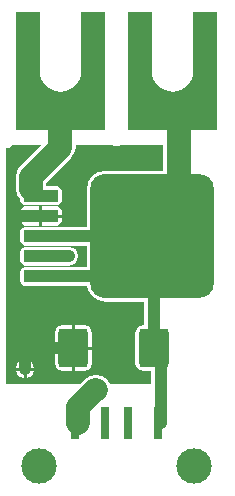
<source format=gtl>
G04 Layer_Physical_Order=1*
G04 Layer_Color=255*
%FSLAX44Y44*%
%MOMM*%
G71*
G01*
G75*
G04:AMPARAMS|DCode=10|XSize=10.5mm|YSize=10.5mm|CornerRadius=1.3125mm|HoleSize=0mm|Usage=FLASHONLY|Rotation=180.000|XOffset=0mm|YOffset=0mm|HoleType=Round|Shape=RoundedRectangle|*
%AMROUNDEDRECTD10*
21,1,10.5000,7.8750,0,0,180.0*
21,1,7.8750,10.5000,0,0,180.0*
1,1,2.6250,-3.9375,3.9375*
1,1,2.6250,3.9375,3.9375*
1,1,2.6250,3.9375,-3.9375*
1,1,2.6250,-3.9375,-3.9375*
%
%ADD10ROUNDEDRECTD10*%
G04:AMPARAMS|DCode=11|XSize=2.95mm|YSize=1.05mm|CornerRadius=0.1313mm|HoleSize=0mm|Usage=FLASHONLY|Rotation=180.000|XOffset=0mm|YOffset=0mm|HoleType=Round|Shape=RoundedRectangle|*
%AMROUNDEDRECTD11*
21,1,2.9500,0.7875,0,0,180.0*
21,1,2.6875,1.0500,0,0,180.0*
1,1,0.2625,-1.3438,0.3937*
1,1,0.2625,1.3438,0.3937*
1,1,0.2625,1.3438,-0.3937*
1,1,0.2625,-1.3438,-0.3937*
%
%ADD11ROUNDEDRECTD11*%
G04:AMPARAMS|DCode=12|XSize=2.5mm|YSize=3.3mm|CornerRadius=0.3125mm|HoleSize=0mm|Usage=FLASHONLY|Rotation=180.000|XOffset=0mm|YOffset=0mm|HoleType=Round|Shape=RoundedRectangle|*
%AMROUNDEDRECTD12*
21,1,2.5000,2.6750,0,0,180.0*
21,1,1.8750,3.3000,0,0,180.0*
1,1,0.6250,-0.9375,1.3375*
1,1,0.6250,0.9375,1.3375*
1,1,0.6250,0.9375,-1.3375*
1,1,0.6250,-0.9375,-1.3375*
%
%ADD12ROUNDEDRECTD12*%
%ADD13R,0.8000X2.8200*%
%ADD14C,2.0000*%
%ADD15C,1.0000*%
%ADD16C,3.0000*%
%ADD17C,1.2000*%
%ADD18C,1.0000*%
%ADD19C,0.8000*%
G36*
X39714Y-24653D02*
X-9375D01*
X-15487Y-25869D01*
X-20669Y-29331D01*
X-24131Y-34513D01*
X-25347Y-40625D01*
Y-71839D01*
X-64000D01*
X-64130Y-71893D01*
X-77438D01*
X-80386Y-73114D01*
X-81607Y-76062D01*
Y-83938D01*
X-80386Y-86886D01*
X-77438Y-88107D01*
X-64130D01*
X-64000Y-88161D01*
X-25347D01*
Y-105939D01*
X-64000D01*
X-64130Y-105993D01*
X-77438D01*
X-80386Y-107214D01*
X-81607Y-110162D01*
Y-118038D01*
X-80386Y-120986D01*
X-77438Y-122207D01*
X-64130D01*
X-64000Y-122261D01*
X-24773D01*
X-24131Y-125487D01*
X-20669Y-130669D01*
X-15487Y-134131D01*
X-9375Y-135347D01*
X23339D01*
Y-155493D01*
X22125D01*
X17789Y-157289D01*
X15993Y-161625D01*
Y-188375D01*
X17789Y-192711D01*
X22125Y-194507D01*
X29339D01*
Y-205000D01*
X-5759D01*
X-8459Y-200959D01*
X-12607Y-198188D01*
X-17500Y-197214D01*
X-17934D01*
X-22827Y-198188D01*
X-26975Y-200959D01*
X-31016Y-205000D01*
X-93668D01*
Y-5592D01*
X-91242Y-5109D01*
X-87336Y-2500D01*
X-63082D01*
X-81541Y-20959D01*
X-84312Y-25107D01*
X-85286Y-30000D01*
Y-40000D01*
X-84312Y-44893D01*
X-81607Y-48941D01*
Y-49837D01*
X-80386Y-52786D01*
X-77438Y-54007D01*
X-50563D01*
X-47614Y-52786D01*
X-46393Y-49837D01*
Y-41962D01*
X-47614Y-39014D01*
X-50563Y-37793D01*
X-59714D01*
Y-35296D01*
X-38459Y-14041D01*
X-35688Y-9893D01*
X-34714Y-5000D01*
Y-2500D01*
X-5664D01*
X-5283Y-2754D01*
X0Y-3805D01*
X5283Y-2754D01*
X5664Y-2500D01*
X39714D01*
Y-24653D01*
D02*
G37*
G36*
X-10000Y10000D02*
X-85000D01*
Y110000D01*
X-65000D01*
Y60000D01*
Y59140D01*
X-64747Y56569D01*
X-63746Y53271D01*
X-62121Y50230D01*
X-59934Y47566D01*
X-57270Y45379D01*
X-54229Y43754D01*
X-50931Y42753D01*
X-47500Y42415D01*
X-44069Y42753D01*
X-40771Y43754D01*
X-37731Y45379D01*
X-35066Y47566D01*
X-32879Y50230D01*
X-31254Y53271D01*
X-30253Y56569D01*
X-30000Y59140D01*
Y60000D01*
Y110000D01*
X-10000D01*
Y10000D01*
D02*
G37*
G36*
X85000D02*
X10000D01*
Y110000D01*
X30000D01*
Y60000D01*
Y59140D01*
X30253Y56569D01*
X31254Y53271D01*
X32879Y50230D01*
X35066Y47566D01*
X37731Y45379D01*
X40771Y43754D01*
X44069Y42753D01*
X47500Y42415D01*
X50931Y42753D01*
X54229Y43754D01*
X57270Y45379D01*
X59934Y47566D01*
X62121Y50230D01*
X63746Y53271D01*
X64747Y56569D01*
X65000Y59140D01*
Y60000D01*
Y110000D01*
X85000D01*
Y10000D01*
D02*
G37*
%LPC*%
G36*
X-20993Y-176270D02*
X-35230D01*
Y-194507D01*
X-27125D01*
X-22789Y-192711D01*
X-20993Y-188375D01*
Y-176270D01*
D02*
G37*
G36*
X-78770Y-184865D02*
X-83271Y-186729D01*
X-85135Y-191230D01*
X-78770D01*
Y-184865D01*
D02*
G37*
G36*
X-76230D02*
Y-191230D01*
X-69865D01*
X-71729Y-186729D01*
X-76230Y-184865D01*
D02*
G37*
G36*
X-78770Y-193770D02*
X-85135D01*
X-83271Y-198271D01*
X-78770Y-200135D01*
Y-193770D01*
D02*
G37*
G36*
X-69865D02*
X-76230D01*
Y-200135D01*
X-71729Y-198271D01*
X-69865Y-193770D01*
D02*
G37*
G36*
X-37770Y-176270D02*
X-52007D01*
Y-188375D01*
X-50211Y-192711D01*
X-45875Y-194507D01*
X-37770D01*
Y-176270D01*
D02*
G37*
G36*
Y-155493D02*
X-45875D01*
X-50211Y-157289D01*
X-52007Y-161625D01*
Y-173730D01*
X-37770D01*
Y-155493D01*
D02*
G37*
G36*
X-46393Y-64220D02*
X-62730D01*
Y-71057D01*
X-50563D01*
X-47614Y-69836D01*
X-46393Y-66887D01*
Y-64220D01*
D02*
G37*
G36*
X-65270Y-54843D02*
X-77438D01*
X-80386Y-56064D01*
X-81607Y-59012D01*
Y-61680D01*
X-65270D01*
Y-54843D01*
D02*
G37*
G36*
X-50563D02*
X-62730D01*
Y-61680D01*
X-46393D01*
Y-59012D01*
X-47614Y-56064D01*
X-50563Y-54843D01*
D02*
G37*
G36*
X-27125Y-155493D02*
X-35230D01*
Y-173730D01*
X-20993D01*
Y-161625D01*
X-22789Y-157289D01*
X-27125Y-155493D01*
D02*
G37*
G36*
X-40450Y-88889D02*
X-64000D01*
X-64130Y-88943D01*
X-77438D01*
X-80386Y-90164D01*
X-81607Y-93112D01*
Y-100988D01*
X-80386Y-103936D01*
X-77438Y-105157D01*
X-64130D01*
X-64000Y-105211D01*
X-40450D01*
X-34679Y-102821D01*
X-32289Y-97050D01*
X-34679Y-91279D01*
X-40450Y-88889D01*
D02*
G37*
G36*
X-65270Y-64220D02*
X-81607D01*
Y-66887D01*
X-80386Y-69836D01*
X-77438Y-71057D01*
X-65270D01*
Y-64220D01*
D02*
G37*
%LPD*%
D10*
X30000Y-80000D02*
D03*
D11*
X-64000Y-114100D02*
D03*
Y-45900D02*
D03*
Y-62950D02*
D03*
Y-80000D02*
D03*
Y-97050D02*
D03*
D12*
X31500Y-175000D02*
D03*
X-36500D02*
D03*
D13*
X-10000Y-237900D02*
D03*
X10000D02*
D03*
X-35000D02*
D03*
X35000D02*
D03*
D14*
X-32500D02*
Y-224566D01*
X-17934Y-210000D02*
X-17500D01*
X-32500Y-224566D02*
X-17934Y-210000D01*
X22500Y-80000D02*
X52500Y-50000D01*
Y20000D01*
X-72500Y-40000D02*
Y-30000D01*
X-47500Y-5000D01*
Y22500D01*
D15*
X-77500Y-192500D02*
Y-175000D01*
X30000Y-80000D02*
X31500Y-81500D01*
Y-175000D02*
Y-81500D01*
X-4100Y-114100D02*
X30000Y-80000D01*
X-64000Y-114100D02*
X-4100D01*
X-64000Y-97050D02*
X-40450D01*
X-77500Y-175000D02*
X-36500D01*
X-88960Y-163540D02*
X-77500Y-175000D01*
X-88960Y-163540D02*
Y-69860D01*
X-82050Y-62950D01*
X-64000D01*
Y-80000D02*
X22500D01*
X37500Y-237900D02*
Y-181000D01*
X31500Y-175000D02*
X37500Y-181000D01*
D16*
X-65700Y-275000D02*
D03*
X65700D02*
D03*
D17*
X-17500Y-210000D02*
D03*
D18*
X-77500Y-192500D02*
D03*
X-40450Y-97050D02*
D03*
D19*
X20000Y100000D02*
D03*
Y82500D02*
D03*
Y65000D02*
D03*
Y47500D02*
D03*
Y30000D02*
D03*
X47500D02*
D03*
X75000D02*
D03*
Y47500D02*
D03*
Y65000D02*
D03*
Y82500D02*
D03*
Y100000D02*
D03*
X-20000D02*
D03*
Y82500D02*
D03*
Y65000D02*
D03*
Y47500D02*
D03*
Y30000D02*
D03*
X-47500D02*
D03*
X-75000D02*
D03*
Y47500D02*
D03*
Y65000D02*
D03*
Y82500D02*
D03*
Y100000D02*
D03*
M02*

</source>
